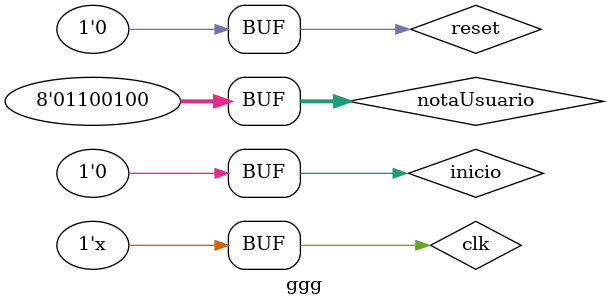
<source format=v>
`timescale 1ns / 1ps


module ggg;

	// Inputs
	reg clk;
	reg reset;
	reg inicio;
	reg [7:0] notaUsuario;

	// Outputs
	wire [2:0] notaSalida;
	wire juegoListo;
	wire finJuego;
	wire contarNotas;

	// Instantiate the Unit Under Test (UUT)
	FSM_Modo_Reto uut (
		.clk(clk), 
		.reset(reset), 
		.inicio(inicio), 
		.notaUsuario(notaUsuario), 
		.notaSalida(notaSalida), 
		.juegoListo(juegoListo), 
		.finJuego(finJuego), 
		.contarNotas(contarNotas)
	);

	initial begin
		// Initialize Inputs
		clk = 0;
		reset = 0;
		inicio = 0;
		notaUsuario = 0;

		// Wait 100 ns for global reset to finish
		#100;
      reset = 0;
		inicio = 1;
		notaUsuario = 0;
		
		#100;
		
		reset = 0;
		inicio = 0;
		notaUsuario = 0;
		
		#100;
		
		reset = 0;
		inicio = 0;
		notaUsuario = 8'd100;
		
		#100;
		
		reset = 0;
		inicio = 0;
		notaUsuario = 8'd100;
		
		#100;
		
		
		reset = 0;
		inicio = 0;
		notaUsuario = 8'd100;

	end
	
always begin #20 clk = ~clk; end
      
endmodule


</source>
